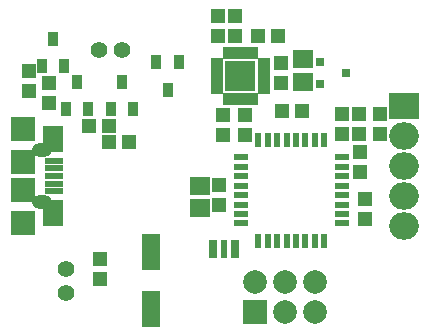
<source format=gbr>
G04 DipTrace 2.4.0.2*
%INTopMask.gbr*%
%MOMM*%
%ADD33C,1.422*%
%ADD35R,1.27X0.559*%
%ADD36R,0.559X1.27*%
%ADD67R,0.6X1.5*%
%ADD69R,0.8X1.5*%
%ADD71R,0.8X0.7*%
%ADD73O,1.7X1.2*%
%ADD75R,2.1X2.1*%
%ADD77R,2.1X2.0*%
%ADD79R,1.8X2.3*%
%ADD81R,1.55X0.6*%
%ADD83O,2.5X2.3*%
%ADD85R,2.5X2.3*%
%ADD87R,0.85X1.25*%
%ADD89R,2.65X2.65*%
%ADD91R,0.5X1.05*%
%ADD93R,1.05X0.5*%
%ADD101C,2.0*%
%ADD103R,2.0X2.0*%
%ADD105R,1.3X1.2*%
%ADD107R,1.2X1.3*%
%ADD109R,1.6X3.05*%
%ADD111R,1.7X1.5*%
%FSLAX53Y53*%
G04*
G71*
G90*
G75*
G01*
%LNTopMask*%
%LPD*%
D111*
X25204Y24353D3*
Y22453D3*
D109*
X12289Y8025D3*
Y3221D3*
D107*
X18082Y12012D3*
Y13712D3*
X30477Y10832D3*
Y12532D3*
D111*
X16507Y11759D3*
Y13659D3*
D107*
X18463Y17955D3*
Y19655D3*
X20290Y17955D3*
Y19655D3*
X23317Y22324D3*
Y24024D3*
D105*
X21417Y26341D3*
X23117D3*
X31675Y18009D3*
X29975D3*
X31675Y19710D3*
X29975D3*
D103*
X21130Y2962D3*
D101*
X23670D3*
X26210D3*
Y5502D3*
X23670D3*
X21130D3*
D33*
X5123Y6572D3*
Y4572D3*
X9905Y25186D3*
X7905D3*
D35*
X19911Y16068D3*
Y15268D3*
Y14468D3*
Y13668D3*
Y12868D3*
Y12068D3*
Y11268D3*
Y10468D3*
D36*
X21404Y8976D3*
X22204D3*
X23004D3*
X23804D3*
X24604D3*
X25404D3*
X26204D3*
X27004D3*
D35*
X28496Y10468D3*
Y11268D3*
Y12068D3*
Y12868D3*
Y13668D3*
Y14468D3*
Y15268D3*
Y16068D3*
D36*
X27004Y17561D3*
X26204D3*
X25404D3*
X24604D3*
X23804D3*
X23004D3*
X22204D3*
X21404D3*
D93*
X17916Y24200D3*
Y23700D3*
Y23200D3*
Y22700D3*
Y22200D3*
Y21700D3*
D91*
X18636Y20980D3*
X19136D3*
X19636D3*
X20136D3*
X20636D3*
X21136D3*
D93*
X21856Y21700D3*
Y22200D3*
Y22700D3*
Y23200D3*
Y23700D3*
Y24200D3*
D91*
X21136Y24920D3*
X20636D3*
X20136D3*
X19636D3*
X19136D3*
X18636D3*
D89*
X19886Y22950D3*
D87*
X5110Y20145D3*
X7010D3*
X6060Y22445D3*
X3103Y23802D3*
X5003D3*
X4053Y26102D3*
X8920Y20145D3*
X10820D3*
X9870Y22445D3*
X14689Y24096D3*
X12789D3*
X13739Y21796D3*
D107*
X18000Y28037D3*
Y26338D3*
X19438Y28037D3*
Y26338D3*
X8000Y5750D3*
Y7450D3*
X3672Y20648D3*
Y22348D3*
D105*
X7098Y18755D3*
X8798D3*
X10500Y17375D3*
X8800D3*
D107*
X2000Y23375D3*
Y21675D3*
X30020Y16496D3*
Y14796D3*
X28539Y19697D3*
Y17997D3*
D105*
X25100Y20000D3*
X23400D3*
D85*
X33779Y20406D3*
D83*
Y17866D3*
Y15326D3*
Y12786D3*
Y10246D3*
D81*
X4134Y15787D3*
Y15137D3*
Y14487D3*
Y13837D3*
Y13187D3*
D79*
X4009Y17587D3*
Y11387D3*
D77*
X1459Y18487D3*
Y10487D3*
D75*
Y15687D3*
Y13287D3*
D73*
X3059Y16687D3*
Y12287D3*
D71*
X26669Y24140D3*
Y22240D3*
X28869Y23187D3*
D69*
X17564Y8341D3*
D67*
X18514D3*
D69*
X19464D3*
M02*

</source>
